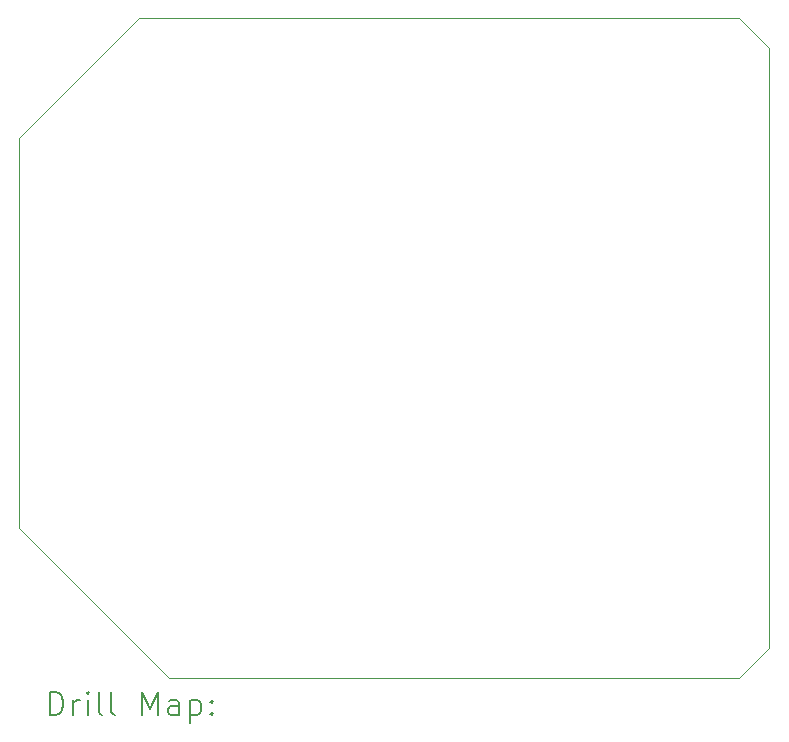
<source format=gbr>
%TF.GenerationSoftware,KiCad,Pcbnew,7.0.10*%
%TF.CreationDate,2024-01-13T22:46:58-05:00*%
%TF.ProjectId,NOR Flasher,4e4f5220-466c-4617-9368-65722e6b6963,rev?*%
%TF.SameCoordinates,Original*%
%TF.FileFunction,Drillmap*%
%TF.FilePolarity,Positive*%
%FSLAX45Y45*%
G04 Gerber Fmt 4.5, Leading zero omitted, Abs format (unit mm)*
G04 Created by KiCad (PCBNEW 7.0.10) date 2024-01-13 22:46:58*
%MOMM*%
%LPD*%
G01*
G04 APERTURE LIST*
%ADD10C,0.100000*%
%ADD11C,0.200000*%
G04 APERTURE END LIST*
D10*
X13208000Y-6350000D02*
X12954000Y-6604000D01*
X18288000Y-6350000D02*
X13208000Y-6350000D01*
X18542000Y-6604000D02*
X18288000Y-6350000D01*
X18542000Y-6858000D02*
X18542000Y-6604000D01*
X18542000Y-6858000D02*
X18542000Y-11684000D01*
X12192000Y-10668000D02*
X12192000Y-7620000D01*
X12192000Y-7366000D02*
X12954000Y-6604000D01*
X12192000Y-7620000D02*
X12192000Y-7366000D01*
X18288000Y-11938000D02*
X13462000Y-11938000D01*
X13462000Y-11938000D02*
X12192000Y-10668000D01*
X18542000Y-11684000D02*
X18288000Y-11938000D01*
D11*
X12447777Y-12254484D02*
X12447777Y-12054484D01*
X12447777Y-12054484D02*
X12495396Y-12054484D01*
X12495396Y-12054484D02*
X12523967Y-12064008D01*
X12523967Y-12064008D02*
X12543015Y-12083055D01*
X12543015Y-12083055D02*
X12552539Y-12102103D01*
X12552539Y-12102103D02*
X12562062Y-12140198D01*
X12562062Y-12140198D02*
X12562062Y-12168769D01*
X12562062Y-12168769D02*
X12552539Y-12206865D01*
X12552539Y-12206865D02*
X12543015Y-12225912D01*
X12543015Y-12225912D02*
X12523967Y-12244960D01*
X12523967Y-12244960D02*
X12495396Y-12254484D01*
X12495396Y-12254484D02*
X12447777Y-12254484D01*
X12647777Y-12254484D02*
X12647777Y-12121150D01*
X12647777Y-12159246D02*
X12657301Y-12140198D01*
X12657301Y-12140198D02*
X12666824Y-12130674D01*
X12666824Y-12130674D02*
X12685872Y-12121150D01*
X12685872Y-12121150D02*
X12704920Y-12121150D01*
X12771586Y-12254484D02*
X12771586Y-12121150D01*
X12771586Y-12054484D02*
X12762062Y-12064008D01*
X12762062Y-12064008D02*
X12771586Y-12073531D01*
X12771586Y-12073531D02*
X12781110Y-12064008D01*
X12781110Y-12064008D02*
X12771586Y-12054484D01*
X12771586Y-12054484D02*
X12771586Y-12073531D01*
X12895396Y-12254484D02*
X12876348Y-12244960D01*
X12876348Y-12244960D02*
X12866824Y-12225912D01*
X12866824Y-12225912D02*
X12866824Y-12054484D01*
X13000158Y-12254484D02*
X12981110Y-12244960D01*
X12981110Y-12244960D02*
X12971586Y-12225912D01*
X12971586Y-12225912D02*
X12971586Y-12054484D01*
X13228729Y-12254484D02*
X13228729Y-12054484D01*
X13228729Y-12054484D02*
X13295396Y-12197341D01*
X13295396Y-12197341D02*
X13362062Y-12054484D01*
X13362062Y-12054484D02*
X13362062Y-12254484D01*
X13543015Y-12254484D02*
X13543015Y-12149722D01*
X13543015Y-12149722D02*
X13533491Y-12130674D01*
X13533491Y-12130674D02*
X13514443Y-12121150D01*
X13514443Y-12121150D02*
X13476348Y-12121150D01*
X13476348Y-12121150D02*
X13457301Y-12130674D01*
X13543015Y-12244960D02*
X13523967Y-12254484D01*
X13523967Y-12254484D02*
X13476348Y-12254484D01*
X13476348Y-12254484D02*
X13457301Y-12244960D01*
X13457301Y-12244960D02*
X13447777Y-12225912D01*
X13447777Y-12225912D02*
X13447777Y-12206865D01*
X13447777Y-12206865D02*
X13457301Y-12187817D01*
X13457301Y-12187817D02*
X13476348Y-12178293D01*
X13476348Y-12178293D02*
X13523967Y-12178293D01*
X13523967Y-12178293D02*
X13543015Y-12168769D01*
X13638253Y-12121150D02*
X13638253Y-12321150D01*
X13638253Y-12130674D02*
X13657301Y-12121150D01*
X13657301Y-12121150D02*
X13695396Y-12121150D01*
X13695396Y-12121150D02*
X13714443Y-12130674D01*
X13714443Y-12130674D02*
X13723967Y-12140198D01*
X13723967Y-12140198D02*
X13733491Y-12159246D01*
X13733491Y-12159246D02*
X13733491Y-12216388D01*
X13733491Y-12216388D02*
X13723967Y-12235436D01*
X13723967Y-12235436D02*
X13714443Y-12244960D01*
X13714443Y-12244960D02*
X13695396Y-12254484D01*
X13695396Y-12254484D02*
X13657301Y-12254484D01*
X13657301Y-12254484D02*
X13638253Y-12244960D01*
X13819205Y-12235436D02*
X13828729Y-12244960D01*
X13828729Y-12244960D02*
X13819205Y-12254484D01*
X13819205Y-12254484D02*
X13809682Y-12244960D01*
X13809682Y-12244960D02*
X13819205Y-12235436D01*
X13819205Y-12235436D02*
X13819205Y-12254484D01*
X13819205Y-12130674D02*
X13828729Y-12140198D01*
X13828729Y-12140198D02*
X13819205Y-12149722D01*
X13819205Y-12149722D02*
X13809682Y-12140198D01*
X13809682Y-12140198D02*
X13819205Y-12130674D01*
X13819205Y-12130674D02*
X13819205Y-12149722D01*
M02*

</source>
